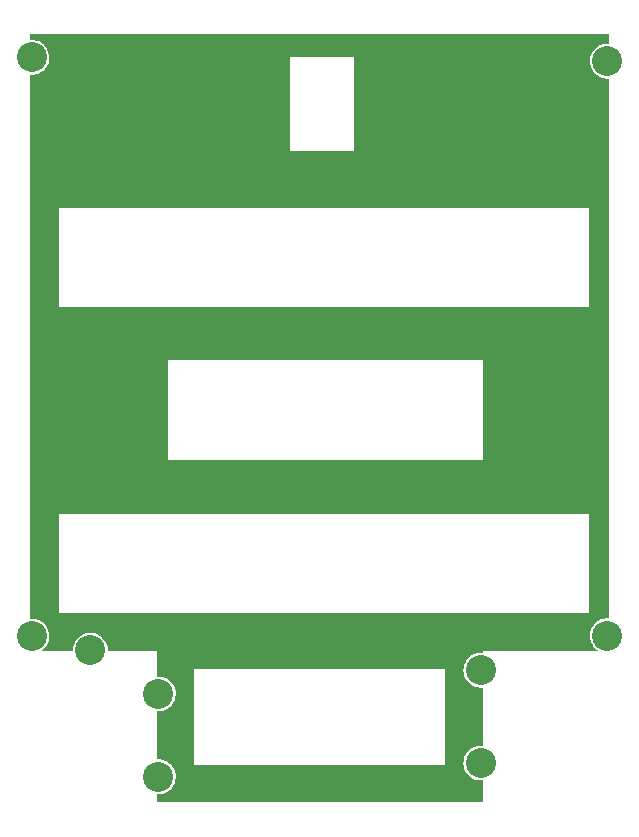
<source format=gbr>
G04 #@! TF.GenerationSoftware,KiCad,Pcbnew,(6.0.2)*
G04 #@! TF.CreationDate,2022-05-10T20:27:20-07:00*
G04 #@! TF.ProjectId,iflfu-middle,69666c66-752d-46d6-9964-646c652e6b69,rev?*
G04 #@! TF.SameCoordinates,Original*
G04 #@! TF.FileFunction,Copper,L2,Bot*
G04 #@! TF.FilePolarity,Positive*
%FSLAX46Y46*%
G04 Gerber Fmt 4.6, Leading zero omitted, Abs format (unit mm)*
G04 Created by KiCad (PCBNEW (6.0.2)) date 2022-05-10 20:27:20*
%MOMM*%
%LPD*%
G01*
G04 APERTURE LIST*
G04 #@! TA.AperFunction,CastellatedPad*
%ADD10C,2.540000*%
G04 #@! TD*
G04 APERTURE END LIST*
D10*
G04 #@! TO.P,,*
G04 #@! TO.N,Net-(D1-Pad2)*
X145750000Y-82884717D03*
G04 #@! TD*
G04 #@! TO.P,,*
G04 #@! TO.N,Net-(D1-Pad2)*
X145750000Y-131884717D03*
G04 #@! TD*
G04 #@! TO.P,,*
G04 #@! TO.N,GND*
X194450000Y-131834717D03*
G04 #@! TD*
G04 #@! TO.P,,*
G04 #@! TO.N,Net-(D39-Pad1)*
X183750000Y-142634717D03*
G04 #@! TD*
G04 #@! TO.P,,*
G04 #@! TO.N,Net-(D1-Pad2)*
X156450000Y-136784717D03*
G04 #@! TD*
G04 #@! TO.P,,*
G04 #@! TO.N,VDD*
X150700000Y-133084717D03*
G04 #@! TD*
G04 #@! TO.P,,*
G04 #@! TO.N,VDD*
X156450000Y-143784717D03*
G04 #@! TD*
G04 #@! TO.P,,*
G04 #@! TO.N,Net-(D21-Pad1)*
X183750000Y-134769717D03*
G04 #@! TD*
G04 #@! TO.P,,*
G04 #@! TO.N,GND*
X194450000Y-83204717D03*
G04 #@! TD*
G04 #@! TA.AperFunction,NonConductor*
G36*
X194596073Y-80938644D02*
G01*
X194599500Y-80946917D01*
X194599500Y-81724011D01*
X194596073Y-81732284D01*
X194587657Y-81735710D01*
X194432894Y-81733820D01*
X194347072Y-81732771D01*
X194108047Y-81769347D01*
X193878205Y-81844471D01*
X193663720Y-81956125D01*
X193470350Y-82101311D01*
X193303290Y-82276130D01*
X193167025Y-82475886D01*
X193166822Y-82476323D01*
X193166821Y-82476325D01*
X193088898Y-82644198D01*
X193065216Y-82695216D01*
X193065088Y-82695678D01*
X193065086Y-82695683D01*
X193012746Y-82884416D01*
X193000596Y-82928228D01*
X193000545Y-82928702D01*
X193000545Y-82928704D01*
X192983299Y-83090072D01*
X192974900Y-83168666D01*
X192988820Y-83410072D01*
X193041980Y-83645964D01*
X193132954Y-83870005D01*
X193259298Y-84076179D01*
X193417619Y-84258950D01*
X193603665Y-84413409D01*
X193812440Y-84535407D01*
X194038337Y-84621669D01*
X194275290Y-84669877D01*
X194275771Y-84669895D01*
X194275774Y-84669895D01*
X194380825Y-84673747D01*
X194516935Y-84678738D01*
X194517410Y-84678677D01*
X194517414Y-84678677D01*
X194553877Y-84674006D01*
X194586314Y-84669850D01*
X194594955Y-84672198D01*
X194599405Y-84679968D01*
X194599500Y-84681455D01*
X194599500Y-130354011D01*
X194596073Y-130362284D01*
X194587657Y-130365710D01*
X194432894Y-130363820D01*
X194347072Y-130362771D01*
X194108047Y-130399347D01*
X193878205Y-130474471D01*
X193663720Y-130586125D01*
X193470350Y-130731311D01*
X193303290Y-130906130D01*
X193167025Y-131105886D01*
X193065216Y-131325216D01*
X193065088Y-131325678D01*
X193065086Y-131325683D01*
X193006033Y-131538624D01*
X193000596Y-131558228D01*
X193000545Y-131558702D01*
X193000545Y-131558704D01*
X192995252Y-131608228D01*
X192974900Y-131798666D01*
X192988820Y-132040072D01*
X193041980Y-132275964D01*
X193042163Y-132276414D01*
X193042163Y-132276415D01*
X193087429Y-132387890D01*
X193132954Y-132500005D01*
X193133206Y-132500416D01*
X193221850Y-132645069D01*
X193259298Y-132706179D01*
X193417619Y-132888950D01*
X193603665Y-133043409D01*
X193604075Y-133043649D01*
X193604077Y-133043650D01*
X193721755Y-133112415D01*
X193727169Y-133119548D01*
X193725954Y-133128420D01*
X193718821Y-133133834D01*
X193715852Y-133134217D01*
X183900099Y-133134217D01*
X183900000Y-133134176D01*
X183899901Y-133134217D01*
X183899617Y-133134334D01*
X183899459Y-133134717D01*
X183899500Y-133134816D01*
X183899500Y-133289011D01*
X183896073Y-133297284D01*
X183887657Y-133300710D01*
X183732894Y-133298820D01*
X183647072Y-133297771D01*
X183408047Y-133334347D01*
X183178205Y-133409471D01*
X182963720Y-133521125D01*
X182770350Y-133666311D01*
X182603290Y-133841130D01*
X182467025Y-134040886D01*
X182365216Y-134260216D01*
X182365088Y-134260678D01*
X182365086Y-134260683D01*
X182355791Y-134294201D01*
X182300596Y-134493228D01*
X182300545Y-134493702D01*
X182300545Y-134493704D01*
X182294542Y-134549877D01*
X182274900Y-134733666D01*
X182288820Y-134975072D01*
X182341980Y-135210964D01*
X182342163Y-135211414D01*
X182342163Y-135211415D01*
X182432772Y-135434557D01*
X182432954Y-135435005D01*
X182559298Y-135641179D01*
X182717619Y-135823950D01*
X182903665Y-135978409D01*
X183112440Y-136100407D01*
X183338337Y-136186669D01*
X183575290Y-136234877D01*
X183575771Y-136234895D01*
X183575774Y-136234895D01*
X183680825Y-136238747D01*
X183816935Y-136243738D01*
X183817410Y-136243677D01*
X183817414Y-136243677D01*
X183853877Y-136239006D01*
X183886314Y-136234850D01*
X183894955Y-136237198D01*
X183899405Y-136244968D01*
X183899500Y-136246455D01*
X183899500Y-141154011D01*
X183896073Y-141162284D01*
X183887657Y-141165710D01*
X183732894Y-141163820D01*
X183647072Y-141162771D01*
X183408047Y-141199347D01*
X183178205Y-141274471D01*
X182963720Y-141386125D01*
X182770350Y-141531311D01*
X182603290Y-141706130D01*
X182467025Y-141905886D01*
X182365216Y-142125216D01*
X182365088Y-142125678D01*
X182365086Y-142125683D01*
X182312385Y-142315719D01*
X182300596Y-142358228D01*
X182300545Y-142358702D01*
X182300545Y-142358704D01*
X182291997Y-142438687D01*
X182274900Y-142598666D01*
X182288820Y-142840072D01*
X182341980Y-143075964D01*
X182342163Y-143076414D01*
X182342163Y-143076415D01*
X182346823Y-143087890D01*
X182432954Y-143300005D01*
X182559298Y-143506179D01*
X182717619Y-143688950D01*
X182903665Y-143843409D01*
X182904075Y-143843649D01*
X182904077Y-143843650D01*
X182926576Y-143856797D01*
X183112440Y-143965407D01*
X183338337Y-144051669D01*
X183575290Y-144099877D01*
X183575771Y-144099895D01*
X183575774Y-144099895D01*
X183680825Y-144103747D01*
X183816935Y-144108738D01*
X183817410Y-144108677D01*
X183817414Y-144108677D01*
X183853877Y-144104006D01*
X183886314Y-144099850D01*
X183894955Y-144102198D01*
X183899405Y-144109968D01*
X183899500Y-144111455D01*
X183899500Y-145922517D01*
X183896073Y-145930790D01*
X183887800Y-145934217D01*
X156312200Y-145934217D01*
X156303927Y-145930790D01*
X156300500Y-145922517D01*
X156300500Y-145262938D01*
X156303927Y-145254665D01*
X156312629Y-145251246D01*
X156393003Y-145254193D01*
X156516935Y-145258738D01*
X156517410Y-145258677D01*
X156517414Y-145258677D01*
X156756307Y-145228074D01*
X156756309Y-145228074D01*
X156756782Y-145228013D01*
X156988390Y-145158527D01*
X157205540Y-145052147D01*
X157287888Y-144993409D01*
X157402013Y-144912005D01*
X157402018Y-144912001D01*
X157402399Y-144911729D01*
X157573680Y-144741044D01*
X157714785Y-144544676D01*
X157821922Y-144327900D01*
X157852893Y-144225964D01*
X157887683Y-144111455D01*
X157892216Y-144096535D01*
X157923778Y-143856797D01*
X157925540Y-143784717D01*
X157905727Y-143543723D01*
X157846819Y-143309201D01*
X157750398Y-143087449D01*
X157619055Y-142884423D01*
X157573826Y-142834717D01*
X159499459Y-142834717D01*
X159499500Y-142834816D01*
X159499617Y-142835100D01*
X159500000Y-142835258D01*
X159500099Y-142835217D01*
X180699901Y-142835217D01*
X180700000Y-142835258D01*
X180700099Y-142835217D01*
X180700383Y-142835100D01*
X180700541Y-142834717D01*
X180700500Y-142834618D01*
X180700500Y-134634816D01*
X180700541Y-134634717D01*
X180700383Y-134634334D01*
X180700099Y-134634217D01*
X180700000Y-134634176D01*
X180699901Y-134634217D01*
X159500099Y-134634217D01*
X159500000Y-134634176D01*
X159499901Y-134634217D01*
X159499617Y-134634334D01*
X159499459Y-134634717D01*
X159499500Y-134634816D01*
X159499500Y-142834618D01*
X159499459Y-142834717D01*
X157573826Y-142834717D01*
X157456316Y-142705575D01*
X157425593Y-142681311D01*
X157320353Y-142598198D01*
X157266551Y-142555708D01*
X157266138Y-142555480D01*
X157266135Y-142555478D01*
X157055279Y-142439079D01*
X157055275Y-142439077D01*
X157054858Y-142438847D01*
X157054410Y-142438688D01*
X157054407Y-142438687D01*
X156827375Y-142358291D01*
X156827374Y-142358291D01*
X156826920Y-142358130D01*
X156826450Y-142358046D01*
X156826445Y-142358045D01*
X156589327Y-142315808D01*
X156588861Y-142315725D01*
X156588387Y-142315719D01*
X156588385Y-142315719D01*
X156459432Y-142314144D01*
X156347072Y-142312771D01*
X156346604Y-142312843D01*
X156346598Y-142312843D01*
X156327919Y-142315702D01*
X156313969Y-142317837D01*
X156305274Y-142315702D01*
X156300635Y-142308042D01*
X156300500Y-142306272D01*
X156300500Y-138262938D01*
X156303927Y-138254665D01*
X156312629Y-138251246D01*
X156393003Y-138254193D01*
X156516935Y-138258738D01*
X156517410Y-138258677D01*
X156517414Y-138258677D01*
X156756307Y-138228074D01*
X156756309Y-138228074D01*
X156756782Y-138228013D01*
X156988390Y-138158527D01*
X157205540Y-138052147D01*
X157287888Y-137993409D01*
X157402013Y-137912005D01*
X157402018Y-137912001D01*
X157402399Y-137911729D01*
X157573680Y-137741044D01*
X157714785Y-137544676D01*
X157821922Y-137327900D01*
X157852893Y-137225964D01*
X157892077Y-137096991D01*
X157892216Y-137096535D01*
X157923778Y-136856797D01*
X157925540Y-136784717D01*
X157905727Y-136543723D01*
X157846819Y-136309201D01*
X157756106Y-136100576D01*
X157750590Y-136087890D01*
X157750589Y-136087888D01*
X157750398Y-136087449D01*
X157619055Y-135884423D01*
X157456316Y-135705575D01*
X157425593Y-135681311D01*
X157374258Y-135640770D01*
X157266551Y-135555708D01*
X157266138Y-135555480D01*
X157266135Y-135555478D01*
X157055279Y-135439079D01*
X157055275Y-135439077D01*
X157054858Y-135438847D01*
X157054410Y-135438688D01*
X157054407Y-135438687D01*
X156827375Y-135358291D01*
X156827374Y-135358291D01*
X156826920Y-135358130D01*
X156826450Y-135358046D01*
X156826445Y-135358045D01*
X156589327Y-135315808D01*
X156588861Y-135315725D01*
X156588387Y-135315719D01*
X156588385Y-135315719D01*
X156459432Y-135314144D01*
X156347072Y-135312771D01*
X156346604Y-135312843D01*
X156346598Y-135312843D01*
X156327919Y-135315702D01*
X156313969Y-135317837D01*
X156305274Y-135315702D01*
X156300635Y-135308042D01*
X156300500Y-135306272D01*
X156300500Y-133134816D01*
X156300541Y-133134717D01*
X156300383Y-133134334D01*
X156300099Y-133134217D01*
X156300000Y-133134176D01*
X156299901Y-133134217D01*
X152186320Y-133134217D01*
X152178047Y-133130790D01*
X152174623Y-133122231D01*
X152175533Y-133085018D01*
X152175533Y-133085011D01*
X152175540Y-133084717D01*
X152155727Y-132843723D01*
X152096819Y-132609201D01*
X152048608Y-132498325D01*
X152000590Y-132387890D01*
X152000589Y-132387888D01*
X152000398Y-132387449D01*
X151869055Y-132184423D01*
X151706316Y-132005575D01*
X151675593Y-131981311D01*
X151553664Y-131885018D01*
X151516551Y-131855708D01*
X151516138Y-131855480D01*
X151516135Y-131855478D01*
X151305279Y-131739079D01*
X151305275Y-131739077D01*
X151304858Y-131738847D01*
X151304410Y-131738688D01*
X151304407Y-131738687D01*
X151077375Y-131658291D01*
X151077374Y-131658291D01*
X151076920Y-131658130D01*
X151076450Y-131658046D01*
X151076445Y-131658045D01*
X150839327Y-131615808D01*
X150838861Y-131615725D01*
X150838387Y-131615719D01*
X150838385Y-131615719D01*
X150709432Y-131614144D01*
X150597072Y-131612771D01*
X150358047Y-131649347D01*
X150128205Y-131724471D01*
X149990665Y-131796070D01*
X149916425Y-131834717D01*
X149913720Y-131836125D01*
X149720350Y-131981311D01*
X149720021Y-131981656D01*
X149720018Y-131981658D01*
X149664652Y-132039596D01*
X149553290Y-132156130D01*
X149417025Y-132355886D01*
X149416822Y-132356323D01*
X149416821Y-132356325D01*
X149350128Y-132500005D01*
X149315216Y-132575216D01*
X149315088Y-132575678D01*
X149315086Y-132575683D01*
X149295953Y-132644676D01*
X149250596Y-132808228D01*
X149250545Y-132808702D01*
X149250545Y-132808704D01*
X149228818Y-133012005D01*
X149224900Y-133048666D01*
X149224927Y-133049135D01*
X149224927Y-133049136D01*
X149229119Y-133121844D01*
X149226174Y-133130300D01*
X149217438Y-133134217D01*
X146567227Y-133134217D01*
X146558954Y-133130790D01*
X146555527Y-133122517D01*
X146558954Y-133114244D01*
X146560433Y-133112992D01*
X146575638Y-133102147D01*
X146601235Y-133083888D01*
X146702013Y-133012005D01*
X146702018Y-133012001D01*
X146702399Y-133011729D01*
X146873680Y-132841044D01*
X147014785Y-132644676D01*
X147061574Y-132550005D01*
X147121712Y-132428325D01*
X147121922Y-132427900D01*
X147134335Y-132387046D01*
X147153311Y-132324585D01*
X147192216Y-132196535D01*
X147223778Y-131956797D01*
X147225540Y-131884717D01*
X147205727Y-131643723D01*
X147146819Y-131409201D01*
X147050398Y-131187449D01*
X146919055Y-130984423D01*
X146756316Y-130805575D01*
X146725593Y-130781311D01*
X146661915Y-130731022D01*
X146566551Y-130655708D01*
X146566138Y-130655480D01*
X146566135Y-130655478D01*
X146355279Y-130539079D01*
X146355275Y-130539077D01*
X146354858Y-130538847D01*
X146354410Y-130538688D01*
X146354407Y-130538687D01*
X146127375Y-130458291D01*
X146127374Y-130458291D01*
X146126920Y-130458130D01*
X146126450Y-130458046D01*
X146126445Y-130458045D01*
X145889327Y-130415808D01*
X145888861Y-130415725D01*
X145888387Y-130415719D01*
X145888385Y-130415719D01*
X145759432Y-130414144D01*
X145647072Y-130412771D01*
X145646604Y-130412843D01*
X145646598Y-130412843D01*
X145627919Y-130415702D01*
X145613969Y-130417837D01*
X145605274Y-130415702D01*
X145600635Y-130408042D01*
X145600500Y-130406272D01*
X145600500Y-129934717D01*
X147999459Y-129934717D01*
X147999500Y-129934816D01*
X147999617Y-129935100D01*
X148000000Y-129935258D01*
X148000099Y-129935217D01*
X192899901Y-129935217D01*
X192900000Y-129935258D01*
X192900099Y-129935217D01*
X192900383Y-129935100D01*
X192900541Y-129934717D01*
X192900500Y-129934618D01*
X192900500Y-121534816D01*
X192900541Y-121534717D01*
X192900383Y-121534334D01*
X192900099Y-121534217D01*
X192900000Y-121534176D01*
X192899901Y-121534217D01*
X148000099Y-121534217D01*
X148000000Y-121534176D01*
X147999901Y-121534217D01*
X147999617Y-121534334D01*
X147999459Y-121534717D01*
X147999500Y-121534816D01*
X147999500Y-129934618D01*
X147999459Y-129934717D01*
X145600500Y-129934717D01*
X145600500Y-116934717D01*
X157299459Y-116934717D01*
X157299500Y-116934816D01*
X157299617Y-116935100D01*
X157300000Y-116935258D01*
X157300099Y-116935217D01*
X183899901Y-116935217D01*
X183900000Y-116935258D01*
X183900099Y-116935217D01*
X183900383Y-116935100D01*
X183900541Y-116934717D01*
X183900500Y-116934618D01*
X183900500Y-108534816D01*
X183900541Y-108534717D01*
X183900383Y-108534334D01*
X183900099Y-108534217D01*
X183900000Y-108534176D01*
X183899901Y-108534217D01*
X157300099Y-108534217D01*
X157300000Y-108534176D01*
X157299901Y-108534217D01*
X157299617Y-108534334D01*
X157299459Y-108534717D01*
X157299500Y-108534816D01*
X157299500Y-116934618D01*
X157299459Y-116934717D01*
X145600500Y-116934717D01*
X145600500Y-104034717D01*
X147999459Y-104034717D01*
X147999500Y-104034816D01*
X147999617Y-104035100D01*
X148000000Y-104035258D01*
X148000099Y-104035217D01*
X192899901Y-104035217D01*
X192900000Y-104035258D01*
X192900099Y-104035217D01*
X192900383Y-104035100D01*
X192900541Y-104034717D01*
X192900500Y-104034618D01*
X192900500Y-95634816D01*
X192900541Y-95634717D01*
X192900383Y-95634334D01*
X192900099Y-95634217D01*
X192900000Y-95634176D01*
X192899901Y-95634217D01*
X148000099Y-95634217D01*
X148000000Y-95634176D01*
X147999901Y-95634217D01*
X147999617Y-95634334D01*
X147999459Y-95634717D01*
X147999500Y-95634816D01*
X147999500Y-104034618D01*
X147999459Y-104034717D01*
X145600500Y-104034717D01*
X145600500Y-90834717D01*
X167599459Y-90834717D01*
X167599500Y-90834816D01*
X167599617Y-90835100D01*
X167600000Y-90835258D01*
X167600099Y-90835217D01*
X172999901Y-90835217D01*
X173000000Y-90835258D01*
X173000099Y-90835217D01*
X173000383Y-90835100D01*
X173000541Y-90834717D01*
X173000500Y-90834618D01*
X173000500Y-82834816D01*
X173000541Y-82834717D01*
X173000383Y-82834334D01*
X173000099Y-82834217D01*
X173000000Y-82834176D01*
X172999901Y-82834217D01*
X167600099Y-82834217D01*
X167600000Y-82834176D01*
X167599901Y-82834217D01*
X167599617Y-82834334D01*
X167599459Y-82834717D01*
X167599500Y-82834816D01*
X167599500Y-90834618D01*
X167599459Y-90834717D01*
X145600500Y-90834717D01*
X145600500Y-84362938D01*
X145603927Y-84354665D01*
X145612629Y-84351246D01*
X145693003Y-84354193D01*
X145816935Y-84358738D01*
X145817410Y-84358677D01*
X145817414Y-84358677D01*
X146056307Y-84328074D01*
X146056309Y-84328074D01*
X146056782Y-84328013D01*
X146288390Y-84258527D01*
X146505540Y-84152147D01*
X146611532Y-84076544D01*
X146702013Y-84012005D01*
X146702018Y-84012001D01*
X146702399Y-84011729D01*
X146785322Y-83929094D01*
X146873344Y-83841379D01*
X146873345Y-83841378D01*
X146873680Y-83841044D01*
X147014785Y-83644676D01*
X147121922Y-83427900D01*
X147152893Y-83325964D01*
X147153311Y-83324585D01*
X147192216Y-83196535D01*
X147223778Y-82956797D01*
X147225540Y-82884717D01*
X147205727Y-82643723D01*
X147146819Y-82409201D01*
X147050398Y-82187449D01*
X146919055Y-81984423D01*
X146756316Y-81805575D01*
X146725593Y-81781311D01*
X146664222Y-81732844D01*
X146566551Y-81655708D01*
X146566138Y-81655480D01*
X146566135Y-81655478D01*
X146355279Y-81539079D01*
X146355275Y-81539077D01*
X146354858Y-81538847D01*
X146354410Y-81538688D01*
X146354407Y-81538687D01*
X146127375Y-81458291D01*
X146127374Y-81458291D01*
X146126920Y-81458130D01*
X146126450Y-81458046D01*
X146126445Y-81458045D01*
X145889327Y-81415808D01*
X145888861Y-81415725D01*
X145888387Y-81415719D01*
X145888385Y-81415719D01*
X145759432Y-81414144D01*
X145647072Y-81412771D01*
X145646604Y-81412843D01*
X145646598Y-81412843D01*
X145627919Y-81415702D01*
X145613969Y-81417837D01*
X145605274Y-81415702D01*
X145600635Y-81408042D01*
X145600500Y-81406272D01*
X145600500Y-80946917D01*
X145603927Y-80938644D01*
X145612200Y-80935217D01*
X194587800Y-80935217D01*
X194596073Y-80938644D01*
G37*
G04 #@! TD.AperFunction*
M02*

</source>
